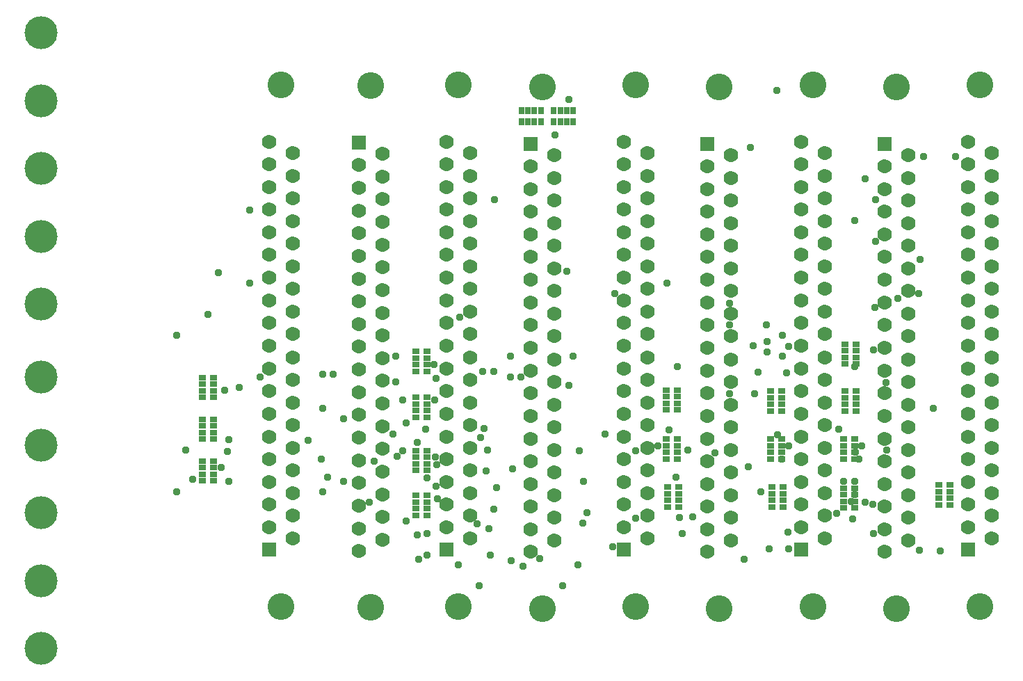
<source format=gbr>
G04 EAGLE Gerber RS-274X export*
G75*
%MOMM*%
%FSLAX34Y34*%
%LPD*%
%INSoldermask Top*%
%IPPOS*%
%AMOC8*
5,1,8,0,0,1.08239X$1,22.5*%
G01*
%ADD10C,3.253200*%
%ADD11R,1.763200X1.763200*%
%ADD12C,1.763200*%
%ADD13R,0.853200X0.703200*%
%ADD14C,4.013200*%
%ADD15R,0.703200X0.853200*%
%ADD16C,0.959600*%


D10*
X433070Y695960D03*
X433070Y60960D03*
D11*
X418870Y626860D03*
D12*
X418870Y599460D03*
X418870Y571760D03*
X418870Y544060D03*
X418870Y516660D03*
X418870Y488960D03*
X418870Y461260D03*
X418870Y433860D03*
X418870Y406160D03*
X418870Y378460D03*
X418870Y350760D03*
X418870Y323060D03*
X418870Y295660D03*
X418870Y267960D03*
X418870Y240260D03*
X418870Y212860D03*
X418870Y185160D03*
X418870Y157460D03*
X418870Y130060D03*
X447270Y613160D03*
X447270Y143760D03*
X447270Y585460D03*
X447270Y171460D03*
X447270Y558060D03*
X447270Y198860D03*
X447270Y530360D03*
X447270Y226560D03*
X447270Y502660D03*
X447270Y254260D03*
X447270Y475260D03*
X447270Y281660D03*
X447270Y447560D03*
X447270Y309360D03*
X447270Y419860D03*
X447270Y337060D03*
X447270Y392460D03*
X447270Y364460D03*
D10*
X647700Y695960D03*
X647700Y60960D03*
D11*
X633500Y626860D03*
D12*
X633500Y599460D03*
X633500Y571760D03*
X633500Y544060D03*
X633500Y516660D03*
X633500Y488960D03*
X633500Y461260D03*
X633500Y433860D03*
X633500Y406160D03*
X633500Y378460D03*
X633500Y350760D03*
X633500Y323060D03*
X633500Y295660D03*
X633500Y267960D03*
X633500Y240260D03*
X633500Y212860D03*
X633500Y185160D03*
X633500Y157460D03*
X633500Y130060D03*
X661900Y613160D03*
X661900Y143760D03*
X661900Y585460D03*
X661900Y171460D03*
X661900Y558060D03*
X661900Y198860D03*
X661900Y530360D03*
X661900Y226560D03*
X661900Y502660D03*
X661900Y254260D03*
X661900Y475260D03*
X661900Y281660D03*
X661900Y447560D03*
X661900Y309360D03*
X661900Y419860D03*
X661900Y337060D03*
X661900Y392460D03*
X661900Y364460D03*
D10*
X223520Y697230D03*
X223520Y62230D03*
D11*
X209320Y628130D03*
D12*
X209320Y600730D03*
X209320Y573030D03*
X209320Y545330D03*
X209320Y517930D03*
X209320Y490230D03*
X209320Y462530D03*
X209320Y435130D03*
X209320Y407430D03*
X209320Y379730D03*
X209320Y352030D03*
X209320Y324330D03*
X209320Y296930D03*
X209320Y269230D03*
X209320Y241530D03*
X209320Y214130D03*
X209320Y186430D03*
X209320Y158730D03*
X209320Y131330D03*
X237720Y614430D03*
X237720Y145030D03*
X237720Y586730D03*
X237720Y172730D03*
X237720Y559330D03*
X237720Y200130D03*
X237720Y531630D03*
X237720Y227830D03*
X237720Y503930D03*
X237720Y255530D03*
X237720Y476530D03*
X237720Y282930D03*
X237720Y448830D03*
X237720Y310630D03*
X237720Y421130D03*
X237720Y338330D03*
X237720Y393730D03*
X237720Y365730D03*
D10*
X863600Y695960D03*
X863600Y60960D03*
D11*
X849400Y626860D03*
D12*
X849400Y599460D03*
X849400Y571760D03*
X849400Y544060D03*
X849400Y516660D03*
X849400Y488960D03*
X849400Y461260D03*
X849400Y433860D03*
X849400Y406160D03*
X849400Y378460D03*
X849400Y350760D03*
X849400Y323060D03*
X849400Y295660D03*
X849400Y267960D03*
X849400Y240260D03*
X849400Y212860D03*
X849400Y185160D03*
X849400Y157460D03*
X849400Y130060D03*
X877800Y613160D03*
X877800Y143760D03*
X877800Y585460D03*
X877800Y171460D03*
X877800Y558060D03*
X877800Y198860D03*
X877800Y530360D03*
X877800Y226560D03*
X877800Y502660D03*
X877800Y254260D03*
X877800Y475260D03*
X877800Y281660D03*
X877800Y447560D03*
X877800Y309360D03*
X877800Y419860D03*
X877800Y337060D03*
X877800Y392460D03*
X877800Y364460D03*
D13*
X279000Y198690D03*
X279000Y190690D03*
X279000Y182690D03*
X279000Y174690D03*
X292500Y174690D03*
X292500Y182690D03*
X292500Y190690D03*
X292500Y198690D03*
D14*
X-177800Y12700D03*
X-177800Y95200D03*
X-177800Y177700D03*
X-177800Y260200D03*
X-177800Y342700D03*
X-177800Y431800D03*
X-177800Y514300D03*
X-177800Y596800D03*
X-177800Y679300D03*
X-177800Y761800D03*
D13*
X279000Y253300D03*
X279000Y245300D03*
X279000Y237300D03*
X279000Y229300D03*
X292500Y229300D03*
X292500Y237300D03*
X292500Y245300D03*
X292500Y253300D03*
D15*
X431100Y667150D03*
X423100Y667150D03*
X415100Y667150D03*
X407100Y667150D03*
X407100Y653650D03*
X415100Y653650D03*
X423100Y653650D03*
X431100Y653650D03*
D13*
X279000Y318070D03*
X279000Y310070D03*
X279000Y302070D03*
X279000Y294070D03*
X292500Y294070D03*
X292500Y302070D03*
X292500Y310070D03*
X292500Y318070D03*
X279000Y373950D03*
X279000Y365950D03*
X279000Y357950D03*
X279000Y349950D03*
X292500Y349950D03*
X292500Y357950D03*
X292500Y365950D03*
X292500Y373950D03*
X18650Y240600D03*
X18650Y232600D03*
X18650Y224600D03*
X18650Y216600D03*
X32150Y216600D03*
X32150Y224600D03*
X32150Y232600D03*
X32150Y240600D03*
X18650Y291400D03*
X18650Y283400D03*
X18650Y275400D03*
X18650Y267400D03*
X32150Y267400D03*
X32150Y275400D03*
X32150Y283400D03*
X32150Y291400D03*
X18650Y342200D03*
X18650Y334200D03*
X18650Y326200D03*
X18650Y318200D03*
X32150Y318200D03*
X32150Y326200D03*
X32150Y334200D03*
X32150Y342200D03*
D15*
X470470Y667150D03*
X462470Y667150D03*
X454470Y667150D03*
X446470Y667150D03*
X446470Y653650D03*
X454470Y653650D03*
X462470Y653650D03*
X470470Y653650D03*
D13*
X597300Y243270D03*
X597300Y251270D03*
X597300Y259270D03*
X597300Y267270D03*
X583800Y267270D03*
X583800Y259270D03*
X583800Y251270D03*
X583800Y243270D03*
X585070Y208850D03*
X585070Y200850D03*
X585070Y192850D03*
X585070Y184850D03*
X598570Y184850D03*
X598570Y192850D03*
X598570Y200850D03*
X598570Y208850D03*
X583800Y326960D03*
X583800Y318960D03*
X583800Y310960D03*
X583800Y302960D03*
X597300Y302960D03*
X597300Y310960D03*
X597300Y318960D03*
X597300Y326960D03*
X710800Y325690D03*
X710800Y317690D03*
X710800Y309690D03*
X710800Y301690D03*
X724300Y301690D03*
X724300Y309690D03*
X724300Y317690D03*
X724300Y325690D03*
X710800Y267270D03*
X710800Y259270D03*
X710800Y251270D03*
X710800Y243270D03*
X724300Y243270D03*
X724300Y251270D03*
X724300Y259270D03*
X724300Y267270D03*
X712070Y208850D03*
X712070Y200850D03*
X712070Y192850D03*
X712070Y184850D03*
X725570Y184850D03*
X725570Y192850D03*
X725570Y200850D03*
X725570Y208850D03*
X800970Y325690D03*
X800970Y317690D03*
X800970Y309690D03*
X800970Y301690D03*
X814470Y301690D03*
X814470Y309690D03*
X814470Y317690D03*
X814470Y325690D03*
X799700Y267270D03*
X799700Y259270D03*
X799700Y251270D03*
X799700Y243270D03*
X813200Y243270D03*
X813200Y251270D03*
X813200Y259270D03*
X813200Y267270D03*
X800970Y382840D03*
X800970Y374840D03*
X800970Y366840D03*
X800970Y358840D03*
X814470Y358840D03*
X814470Y366840D03*
X814470Y374840D03*
X814470Y382840D03*
X799700Y207580D03*
X799700Y199580D03*
X799700Y191580D03*
X799700Y183580D03*
X813200Y183580D03*
X813200Y191580D03*
X813200Y199580D03*
X813200Y207580D03*
X915270Y211390D03*
X915270Y203390D03*
X915270Y195390D03*
X915270Y187390D03*
X928770Y187390D03*
X928770Y195390D03*
X928770Y203390D03*
X928770Y211390D03*
D10*
X114300Y63500D03*
X114300Y698500D03*
D11*
X100100Y132600D03*
D12*
X100100Y160000D03*
X100100Y187700D03*
X100100Y215400D03*
X100100Y242800D03*
X100100Y270500D03*
X100100Y298200D03*
X100100Y325600D03*
X100100Y353300D03*
X100100Y381000D03*
X100100Y408700D03*
X100100Y436400D03*
X100100Y463800D03*
X100100Y491500D03*
X100100Y519200D03*
X100100Y546600D03*
X100100Y574300D03*
X100100Y602000D03*
X100100Y629400D03*
X128500Y146300D03*
X128500Y615700D03*
X128500Y174000D03*
X128500Y588000D03*
X128500Y201400D03*
X128500Y560600D03*
X128500Y229100D03*
X128500Y532900D03*
X128500Y256800D03*
X128500Y505200D03*
X128500Y284200D03*
X128500Y477800D03*
X128500Y311900D03*
X128500Y450100D03*
X128500Y339600D03*
X128500Y422400D03*
X128500Y367000D03*
X128500Y395000D03*
D10*
X546100Y63500D03*
X546100Y698500D03*
D11*
X531900Y132600D03*
D12*
X531900Y160000D03*
X531900Y187700D03*
X531900Y215400D03*
X531900Y242800D03*
X531900Y270500D03*
X531900Y298200D03*
X531900Y325600D03*
X531900Y353300D03*
X531900Y381000D03*
X531900Y408700D03*
X531900Y436400D03*
X531900Y463800D03*
X531900Y491500D03*
X531900Y519200D03*
X531900Y546600D03*
X531900Y574300D03*
X531900Y602000D03*
X531900Y629400D03*
X560300Y146300D03*
X560300Y615700D03*
X560300Y174000D03*
X560300Y588000D03*
X560300Y201400D03*
X560300Y560600D03*
X560300Y229100D03*
X560300Y532900D03*
X560300Y256800D03*
X560300Y505200D03*
X560300Y284200D03*
X560300Y477800D03*
X560300Y311900D03*
X560300Y450100D03*
X560300Y339600D03*
X560300Y422400D03*
X560300Y367000D03*
X560300Y395000D03*
D10*
X330200Y63500D03*
X330200Y698500D03*
D11*
X316000Y132600D03*
D12*
X316000Y160000D03*
X316000Y187700D03*
X316000Y215400D03*
X316000Y242800D03*
X316000Y270500D03*
X316000Y298200D03*
X316000Y325600D03*
X316000Y353300D03*
X316000Y381000D03*
X316000Y408700D03*
X316000Y436400D03*
X316000Y463800D03*
X316000Y491500D03*
X316000Y519200D03*
X316000Y546600D03*
X316000Y574300D03*
X316000Y602000D03*
X316000Y629400D03*
X344400Y146300D03*
X344400Y615700D03*
X344400Y174000D03*
X344400Y588000D03*
X344400Y201400D03*
X344400Y560600D03*
X344400Y229100D03*
X344400Y532900D03*
X344400Y256800D03*
X344400Y505200D03*
X344400Y284200D03*
X344400Y477800D03*
X344400Y311900D03*
X344400Y450100D03*
X344400Y339600D03*
X344400Y422400D03*
X344400Y367000D03*
X344400Y395000D03*
D10*
X762000Y63500D03*
X762000Y698500D03*
D11*
X747800Y132600D03*
D12*
X747800Y160000D03*
X747800Y187700D03*
X747800Y215400D03*
X747800Y242800D03*
X747800Y270500D03*
X747800Y298200D03*
X747800Y325600D03*
X747800Y353300D03*
X747800Y381000D03*
X747800Y408700D03*
X747800Y436400D03*
X747800Y463800D03*
X747800Y491500D03*
X747800Y519200D03*
X747800Y546600D03*
X747800Y574300D03*
X747800Y602000D03*
X747800Y629400D03*
X776200Y146300D03*
X776200Y615700D03*
X776200Y174000D03*
X776200Y588000D03*
X776200Y201400D03*
X776200Y560600D03*
X776200Y229100D03*
X776200Y532900D03*
X776200Y256800D03*
X776200Y505200D03*
X776200Y284200D03*
X776200Y477800D03*
X776200Y311900D03*
X776200Y450100D03*
X776200Y339600D03*
X776200Y422400D03*
X776200Y367000D03*
X776200Y395000D03*
D10*
X965200Y63500D03*
X965200Y698500D03*
D11*
X951000Y132600D03*
D12*
X951000Y160000D03*
X951000Y187700D03*
X951000Y215400D03*
X951000Y242800D03*
X951000Y270500D03*
X951000Y298200D03*
X951000Y325600D03*
X951000Y353300D03*
X951000Y381000D03*
X951000Y408700D03*
X951000Y436400D03*
X951000Y463800D03*
X951000Y491500D03*
X951000Y519200D03*
X951000Y546600D03*
X951000Y574300D03*
X951000Y602000D03*
X951000Y629400D03*
X979400Y146300D03*
X979400Y615700D03*
X979400Y174000D03*
X979400Y588000D03*
X979400Y201400D03*
X979400Y560600D03*
X979400Y229100D03*
X979400Y532900D03*
X979400Y256800D03*
X979400Y505200D03*
X979400Y284200D03*
X979400Y477800D03*
X979400Y311900D03*
X979400Y450100D03*
X979400Y339600D03*
X979400Y422400D03*
X979400Y367000D03*
X979400Y395000D03*
D16*
X262890Y314648D03*
X6809Y218750D03*
X-12700Y203200D03*
X254000Y337030D03*
X-12700Y393700D03*
X25400Y419100D03*
X448310Y637540D03*
X464820Y680720D03*
X791210Y176530D03*
X835660Y152400D03*
X595630Y220980D03*
X609600Y254000D03*
X642620Y250190D03*
X690880Y322580D03*
X689610Y381000D03*
X683260Y233680D03*
X698500Y203200D03*
X678180Y120650D03*
X708660Y133350D03*
X916940Y130810D03*
X891540Y132080D03*
X838200Y558800D03*
X825500Y584200D03*
X76200Y457200D03*
X38100Y469900D03*
X45720Y326390D03*
X266700Y286948D03*
X50800Y266700D03*
X-1750Y254000D03*
X477520Y252730D03*
X190500Y292100D03*
X165100Y346580D03*
X165100Y304800D03*
X50800Y215900D03*
X469900Y368300D03*
X41910Y232410D03*
X374170Y558800D03*
X49088Y252288D03*
X359679Y349322D03*
X301315Y315285D03*
X464948Y333042D03*
X406400Y342900D03*
X724380Y243270D03*
X718002Y691698D03*
X732790Y259080D03*
X487430Y177550D03*
X718754Y272570D03*
X482600Y215900D03*
X518223Y136618D03*
X546100Y252822D03*
X660400Y322466D03*
X695315Y348625D03*
X908530Y304800D03*
X850900Y336166D03*
X724832Y368300D03*
X706092Y373380D03*
X835275Y187575D03*
X808542Y191386D03*
X799140Y215900D03*
X813200Y199580D03*
X852390Y254164D03*
X812800Y215900D03*
X817880Y242570D03*
X825500Y190500D03*
X813732Y251274D03*
X732505Y379946D03*
X705330Y406400D03*
X660400Y432966D03*
X584200Y457200D03*
X660400Y406400D03*
X706092Y386080D03*
X821690Y259080D03*
X730122Y348231D03*
X357890Y268990D03*
X147320Y265430D03*
X365813Y254000D03*
X300990Y358140D03*
X396240Y231140D03*
X303100Y341200D03*
X290601Y279171D03*
X599440Y171450D03*
X482215Y165485D03*
X546100Y170848D03*
X373380Y349250D03*
X587066Y278841D03*
X508999Y273050D03*
X573406Y259270D03*
X685800Y622300D03*
X793878Y279400D03*
X836294Y375975D03*
X837292Y427434D03*
X838200Y508000D03*
X890906Y444500D03*
X810260Y170180D03*
X865808Y438150D03*
X812800Y355600D03*
X892230Y485830D03*
X292100Y219710D03*
X266700Y167280D03*
X280743Y151057D03*
X282229Y121130D03*
X812800Y533400D03*
X304243Y236022D03*
X457200Y88900D03*
X292100Y125770D03*
X292100Y152400D03*
X303172Y209693D03*
X462455Y471345D03*
X332292Y415974D03*
X254000Y368300D03*
X177800Y346580D03*
X163388Y243012D03*
X190500Y215900D03*
X330200Y114300D03*
X250849Y273208D03*
X262838Y253210D03*
X476250Y114300D03*
X429592Y122090D03*
X353225Y164290D03*
X304822Y195057D03*
X256290Y246630D03*
X408940Y112240D03*
X280563Y263426D03*
X394970Y119380D03*
X302260Y245110D03*
X355600Y88900D03*
X369019Y126281D03*
X367666Y158250D03*
X222426Y190423D03*
X227775Y240475D03*
X361831Y280551D03*
X596900Y355600D03*
X520700Y444500D03*
X76200Y546100D03*
X724832Y393700D03*
X63500Y330200D03*
X88900Y342900D03*
X393700Y368300D03*
X393700Y342900D03*
X603250Y152400D03*
X615950Y172720D03*
X731520Y153670D03*
X732790Y133350D03*
X165100Y203200D03*
X171450Y220980D03*
X364490Y228600D03*
X377190Y208280D03*
X896620Y610870D03*
X935990Y610870D03*
X373380Y181610D03*
M02*

</source>
